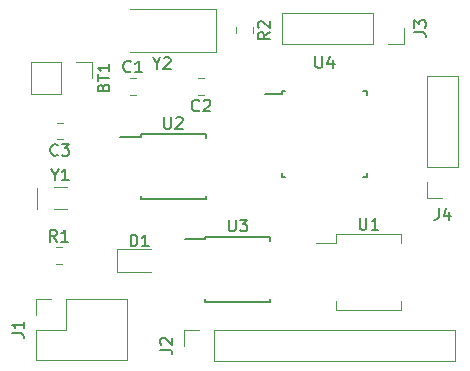
<source format=gto>
%TF.GenerationSoftware,KiCad,Pcbnew,(5.1.9)-1*%
%TF.CreationDate,2021-04-22T14:42:40+05:30*%
%TF.ProjectId,arduinoclone,61726475-696e-46f6-936c-6f6e652e6b69,v1*%
%TF.SameCoordinates,Original*%
%TF.FileFunction,Legend,Top*%
%TF.FilePolarity,Positive*%
%FSLAX46Y46*%
G04 Gerber Fmt 4.6, Leading zero omitted, Abs format (unit mm)*
G04 Created by KiCad (PCBNEW (5.1.9)-1) date 2021-04-22 14:42:40*
%MOMM*%
%LPD*%
G01*
G04 APERTURE LIST*
%ADD10C,0.120000*%
%ADD11C,0.150000*%
G04 APERTURE END LIST*
D10*
%TO.C,U1*%
X149509600Y-102905000D02*
X152269600Y-102905000D01*
X152269600Y-102905000D02*
X152269600Y-102160000D01*
X149509600Y-102905000D02*
X146749600Y-102905000D01*
X146749600Y-102905000D02*
X146749600Y-102160000D01*
X149509600Y-96485000D02*
X152269600Y-96485000D01*
X152269600Y-96485000D02*
X152269600Y-97230000D01*
X149509600Y-96485000D02*
X146749600Y-96485000D01*
X146749600Y-96485000D02*
X146749600Y-97230000D01*
X146749600Y-97230000D02*
X145059600Y-97230000D01*
%TO.C,BT1*%
X120894800Y-81931200D02*
X120894800Y-84591200D01*
X123494800Y-81931200D02*
X120894800Y-81931200D01*
X123494800Y-84591200D02*
X120894800Y-84591200D01*
X123494800Y-81931200D02*
X123494800Y-84591200D01*
X124764800Y-81931200D02*
X126094800Y-81931200D01*
X126094800Y-81931200D02*
X126094800Y-83261200D01*
%TO.C,C1*%
X129269748Y-84682400D02*
X129792252Y-84682400D01*
X129269748Y-83262400D02*
X129792252Y-83262400D01*
%TO.C,C2*%
X135583452Y-84682400D02*
X135060948Y-84682400D01*
X135583452Y-83262400D02*
X135060948Y-83262400D01*
%TO.C,C3*%
X123603652Y-88441600D02*
X123081148Y-88441600D01*
X123603652Y-87021600D02*
X123081148Y-87021600D01*
%TO.C,D1*%
X131089800Y-97744400D02*
X128229800Y-97744400D01*
X128229800Y-97744400D02*
X128229800Y-99664400D01*
X128229800Y-99664400D02*
X131089800Y-99664400D01*
%TO.C,J1*%
X121301200Y-107146400D02*
X121301200Y-104546400D01*
X121301200Y-107146400D02*
X129041200Y-107146400D01*
X129041200Y-107146400D02*
X129041200Y-101946400D01*
X123901200Y-101946400D02*
X129041200Y-101946400D01*
X123901200Y-104546400D02*
X123901200Y-101946400D01*
X121301200Y-104546400D02*
X123901200Y-104546400D01*
X121301200Y-101946400D02*
X122631200Y-101946400D01*
X121301200Y-103276400D02*
X121301200Y-101946400D01*
%TO.C,J2*%
X136448800Y-107248000D02*
X136448800Y-104588000D01*
X136448800Y-107248000D02*
X156828800Y-107248000D01*
X156828800Y-107248000D02*
X156828800Y-104588000D01*
X136448800Y-104588000D02*
X156828800Y-104588000D01*
X133848800Y-104588000D02*
X135178800Y-104588000D01*
X133848800Y-105918000D02*
X133848800Y-104588000D01*
%TO.C,J3*%
X152460000Y-79044800D02*
X152460000Y-80374800D01*
X152460000Y-80374800D02*
X151130000Y-80374800D01*
X149860000Y-80374800D02*
X142180000Y-80374800D01*
X142180000Y-77714800D02*
X142180000Y-80374800D01*
X149860000Y-77714800D02*
X142180000Y-77714800D01*
X149860000Y-77714800D02*
X149860000Y-80374800D01*
%TO.C,J4*%
X157082800Y-90779600D02*
X154422800Y-90779600D01*
X157082800Y-90779600D02*
X157082800Y-83099600D01*
X157082800Y-83099600D02*
X154422800Y-83099600D01*
X154422800Y-90779600D02*
X154422800Y-83099600D01*
X154422800Y-93379600D02*
X154422800Y-92049600D01*
X155752800Y-93379600D02*
X154422800Y-93379600D01*
%TO.C,R1*%
X123021348Y-97588000D02*
X123543852Y-97588000D01*
X123021348Y-99008000D02*
X123543852Y-99008000D01*
%TO.C,R2*%
X138304200Y-78952348D02*
X138304200Y-79474852D01*
X139724200Y-78952348D02*
X139724200Y-79474852D01*
D11*
%TO.C,U2*%
X130193600Y-88229600D02*
X128443600Y-88229600D01*
X130193600Y-93534600D02*
X135693600Y-93534600D01*
X130193600Y-88024600D02*
X135693600Y-88024600D01*
X130193600Y-93534600D02*
X130193600Y-93234600D01*
X135693600Y-93534600D02*
X135693600Y-93234600D01*
X135693600Y-88024600D02*
X135693600Y-88324600D01*
X130193600Y-88024600D02*
X130193600Y-88229600D01*
%TO.C,U3*%
X135680000Y-96711400D02*
X135680000Y-96916400D01*
X141180000Y-96711400D02*
X141180000Y-97011400D01*
X141180000Y-102221400D02*
X141180000Y-101921400D01*
X135680000Y-102221400D02*
X135680000Y-101921400D01*
X135680000Y-96711400D02*
X141180000Y-96711400D01*
X135680000Y-102221400D02*
X141180000Y-102221400D01*
X135680000Y-96916400D02*
X133930000Y-96916400D01*
D10*
%TO.C,Y1*%
X122843200Y-92471200D02*
X123943200Y-92471200D01*
X122843200Y-94371200D02*
X123943200Y-94371200D01*
X121443200Y-92521200D02*
X121443200Y-94321200D01*
%TO.C,Y2*%
X129320000Y-81048000D02*
X136570000Y-81048000D01*
X136570000Y-81048000D02*
X136570000Y-77448000D01*
X136570000Y-77448000D02*
X129320000Y-77448000D01*
D11*
%TO.C,U4*%
X142137400Y-84592000D02*
X140712400Y-84592000D01*
X149387400Y-84367000D02*
X149062400Y-84367000D01*
X149387400Y-91617000D02*
X149062400Y-91617000D01*
X142137400Y-91617000D02*
X142462400Y-91617000D01*
X142137400Y-84367000D02*
X142462400Y-84367000D01*
X142137400Y-91617000D02*
X142137400Y-91292000D01*
X149387400Y-91617000D02*
X149387400Y-91292000D01*
X149387400Y-84367000D02*
X149387400Y-84692000D01*
X142137400Y-84367000D02*
X142137400Y-84592000D01*
%TO.C,U1*%
X148747695Y-95097380D02*
X148747695Y-95906904D01*
X148795314Y-96002142D01*
X148842933Y-96049761D01*
X148938171Y-96097380D01*
X149128647Y-96097380D01*
X149223885Y-96049761D01*
X149271504Y-96002142D01*
X149319123Y-95906904D01*
X149319123Y-95097380D01*
X150319123Y-96097380D02*
X149747695Y-96097380D01*
X150033409Y-96097380D02*
X150033409Y-95097380D01*
X149938171Y-95240238D01*
X149842933Y-95335476D01*
X149747695Y-95383095D01*
%TO.C,BT1*%
X127023371Y-84046914D02*
X127070990Y-83904057D01*
X127118609Y-83856438D01*
X127213847Y-83808819D01*
X127356704Y-83808819D01*
X127451942Y-83856438D01*
X127499561Y-83904057D01*
X127547180Y-83999295D01*
X127547180Y-84380247D01*
X126547180Y-84380247D01*
X126547180Y-84046914D01*
X126594800Y-83951676D01*
X126642419Y-83904057D01*
X126737657Y-83856438D01*
X126832895Y-83856438D01*
X126928133Y-83904057D01*
X126975752Y-83951676D01*
X127023371Y-84046914D01*
X127023371Y-84380247D01*
X126547180Y-83523104D02*
X126547180Y-82951676D01*
X127547180Y-83237390D02*
X126547180Y-83237390D01*
X127547180Y-82094533D02*
X127547180Y-82665961D01*
X127547180Y-82380247D02*
X126547180Y-82380247D01*
X126690038Y-82475485D01*
X126785276Y-82570723D01*
X126832895Y-82665961D01*
%TO.C,C1*%
X129364333Y-82679542D02*
X129316714Y-82727161D01*
X129173857Y-82774780D01*
X129078619Y-82774780D01*
X128935761Y-82727161D01*
X128840523Y-82631923D01*
X128792904Y-82536685D01*
X128745285Y-82346209D01*
X128745285Y-82203352D01*
X128792904Y-82012876D01*
X128840523Y-81917638D01*
X128935761Y-81822400D01*
X129078619Y-81774780D01*
X129173857Y-81774780D01*
X129316714Y-81822400D01*
X129364333Y-81870019D01*
X130316714Y-82774780D02*
X129745285Y-82774780D01*
X130031000Y-82774780D02*
X130031000Y-81774780D01*
X129935761Y-81917638D01*
X129840523Y-82012876D01*
X129745285Y-82060495D01*
%TO.C,C2*%
X135155533Y-85979542D02*
X135107914Y-86027161D01*
X134965057Y-86074780D01*
X134869819Y-86074780D01*
X134726961Y-86027161D01*
X134631723Y-85931923D01*
X134584104Y-85836685D01*
X134536485Y-85646209D01*
X134536485Y-85503352D01*
X134584104Y-85312876D01*
X134631723Y-85217638D01*
X134726961Y-85122400D01*
X134869819Y-85074780D01*
X134965057Y-85074780D01*
X135107914Y-85122400D01*
X135155533Y-85170019D01*
X135536485Y-85170019D02*
X135584104Y-85122400D01*
X135679342Y-85074780D01*
X135917438Y-85074780D01*
X136012676Y-85122400D01*
X136060295Y-85170019D01*
X136107914Y-85265257D01*
X136107914Y-85360495D01*
X136060295Y-85503352D01*
X135488866Y-86074780D01*
X136107914Y-86074780D01*
%TO.C,C3*%
X123175733Y-89738742D02*
X123128114Y-89786361D01*
X122985257Y-89833980D01*
X122890019Y-89833980D01*
X122747161Y-89786361D01*
X122651923Y-89691123D01*
X122604304Y-89595885D01*
X122556685Y-89405409D01*
X122556685Y-89262552D01*
X122604304Y-89072076D01*
X122651923Y-88976838D01*
X122747161Y-88881600D01*
X122890019Y-88833980D01*
X122985257Y-88833980D01*
X123128114Y-88881600D01*
X123175733Y-88929219D01*
X123509066Y-88833980D02*
X124128114Y-88833980D01*
X123794780Y-89214933D01*
X123937638Y-89214933D01*
X124032876Y-89262552D01*
X124080495Y-89310171D01*
X124128114Y-89405409D01*
X124128114Y-89643504D01*
X124080495Y-89738742D01*
X124032876Y-89786361D01*
X123937638Y-89833980D01*
X123651923Y-89833980D01*
X123556685Y-89786361D01*
X123509066Y-89738742D01*
%TO.C,D1*%
X129351704Y-97506780D02*
X129351704Y-96506780D01*
X129589800Y-96506780D01*
X129732657Y-96554400D01*
X129827895Y-96649638D01*
X129875514Y-96744876D01*
X129923133Y-96935352D01*
X129923133Y-97078209D01*
X129875514Y-97268685D01*
X129827895Y-97363923D01*
X129732657Y-97459161D01*
X129589800Y-97506780D01*
X129351704Y-97506780D01*
X130875514Y-97506780D02*
X130304085Y-97506780D01*
X130589800Y-97506780D02*
X130589800Y-96506780D01*
X130494561Y-96649638D01*
X130399323Y-96744876D01*
X130304085Y-96792495D01*
%TO.C,J1*%
X119313580Y-104879733D02*
X120027866Y-104879733D01*
X120170723Y-104927352D01*
X120265961Y-105022590D01*
X120313580Y-105165447D01*
X120313580Y-105260685D01*
X120313580Y-103879733D02*
X120313580Y-104451161D01*
X120313580Y-104165447D02*
X119313580Y-104165447D01*
X119456438Y-104260685D01*
X119551676Y-104355923D01*
X119599295Y-104451161D01*
%TO.C,J2*%
X131861180Y-106251333D02*
X132575466Y-106251333D01*
X132718323Y-106298952D01*
X132813561Y-106394190D01*
X132861180Y-106537047D01*
X132861180Y-106632285D01*
X131956419Y-105822761D02*
X131908800Y-105775142D01*
X131861180Y-105679904D01*
X131861180Y-105441809D01*
X131908800Y-105346571D01*
X131956419Y-105298952D01*
X132051657Y-105251333D01*
X132146895Y-105251333D01*
X132289752Y-105298952D01*
X132861180Y-105870380D01*
X132861180Y-105251333D01*
%TO.C,J3*%
X153352380Y-79378133D02*
X154066666Y-79378133D01*
X154209523Y-79425752D01*
X154304761Y-79520990D01*
X154352380Y-79663847D01*
X154352380Y-79759085D01*
X153352380Y-78997180D02*
X153352380Y-78378133D01*
X153733333Y-78711466D01*
X153733333Y-78568609D01*
X153780952Y-78473371D01*
X153828571Y-78425752D01*
X153923809Y-78378133D01*
X154161904Y-78378133D01*
X154257142Y-78425752D01*
X154304761Y-78473371D01*
X154352380Y-78568609D01*
X154352380Y-78854323D01*
X154304761Y-78949561D01*
X154257142Y-78997180D01*
%TO.C,J4*%
X155419466Y-94271980D02*
X155419466Y-94986266D01*
X155371847Y-95129123D01*
X155276609Y-95224361D01*
X155133752Y-95271980D01*
X155038514Y-95271980D01*
X156324228Y-94605314D02*
X156324228Y-95271980D01*
X156086133Y-94224361D02*
X155848038Y-94938647D01*
X156467085Y-94938647D01*
%TO.C,R1*%
X123115933Y-97100380D02*
X122782600Y-96624190D01*
X122544504Y-97100380D02*
X122544504Y-96100380D01*
X122925457Y-96100380D01*
X123020695Y-96148000D01*
X123068314Y-96195619D01*
X123115933Y-96290857D01*
X123115933Y-96433714D01*
X123068314Y-96528952D01*
X123020695Y-96576571D01*
X122925457Y-96624190D01*
X122544504Y-96624190D01*
X124068314Y-97100380D02*
X123496885Y-97100380D01*
X123782600Y-97100380D02*
X123782600Y-96100380D01*
X123687361Y-96243238D01*
X123592123Y-96338476D01*
X123496885Y-96386095D01*
%TO.C,R2*%
X141116580Y-79380266D02*
X140640390Y-79713600D01*
X141116580Y-79951695D02*
X140116580Y-79951695D01*
X140116580Y-79570742D01*
X140164200Y-79475504D01*
X140211819Y-79427885D01*
X140307057Y-79380266D01*
X140449914Y-79380266D01*
X140545152Y-79427885D01*
X140592771Y-79475504D01*
X140640390Y-79570742D01*
X140640390Y-79951695D01*
X140211819Y-78999314D02*
X140164200Y-78951695D01*
X140116580Y-78856457D01*
X140116580Y-78618361D01*
X140164200Y-78523123D01*
X140211819Y-78475504D01*
X140307057Y-78427885D01*
X140402295Y-78427885D01*
X140545152Y-78475504D01*
X141116580Y-79046933D01*
X141116580Y-78427885D01*
%TO.C,U2*%
X132181695Y-86551980D02*
X132181695Y-87361504D01*
X132229314Y-87456742D01*
X132276933Y-87504361D01*
X132372171Y-87551980D01*
X132562647Y-87551980D01*
X132657885Y-87504361D01*
X132705504Y-87456742D01*
X132753123Y-87361504D01*
X132753123Y-86551980D01*
X133181695Y-86647219D02*
X133229314Y-86599600D01*
X133324552Y-86551980D01*
X133562647Y-86551980D01*
X133657885Y-86599600D01*
X133705504Y-86647219D01*
X133753123Y-86742457D01*
X133753123Y-86837695D01*
X133705504Y-86980552D01*
X133134076Y-87551980D01*
X133753123Y-87551980D01*
%TO.C,U3*%
X137668095Y-95238780D02*
X137668095Y-96048304D01*
X137715714Y-96143542D01*
X137763333Y-96191161D01*
X137858571Y-96238780D01*
X138049047Y-96238780D01*
X138144285Y-96191161D01*
X138191904Y-96143542D01*
X138239523Y-96048304D01*
X138239523Y-95238780D01*
X138620476Y-95238780D02*
X139239523Y-95238780D01*
X138906190Y-95619733D01*
X139049047Y-95619733D01*
X139144285Y-95667352D01*
X139191904Y-95714971D01*
X139239523Y-95810209D01*
X139239523Y-96048304D01*
X139191904Y-96143542D01*
X139144285Y-96191161D01*
X139049047Y-96238780D01*
X138763333Y-96238780D01*
X138668095Y-96191161D01*
X138620476Y-96143542D01*
%TO.C,Y1*%
X122917009Y-91447390D02*
X122917009Y-91923580D01*
X122583676Y-90923580D02*
X122917009Y-91447390D01*
X123250342Y-90923580D01*
X124107485Y-91923580D02*
X123536057Y-91923580D01*
X123821771Y-91923580D02*
X123821771Y-90923580D01*
X123726533Y-91066438D01*
X123631295Y-91161676D01*
X123536057Y-91209295D01*
%TO.C,Y2*%
X131543809Y-82024190D02*
X131543809Y-82500380D01*
X131210476Y-81500380D02*
X131543809Y-82024190D01*
X131877142Y-81500380D01*
X132162857Y-81595619D02*
X132210476Y-81548000D01*
X132305714Y-81500380D01*
X132543809Y-81500380D01*
X132639047Y-81548000D01*
X132686666Y-81595619D01*
X132734285Y-81690857D01*
X132734285Y-81786095D01*
X132686666Y-81928952D01*
X132115238Y-82500380D01*
X132734285Y-82500380D01*
%TO.C,U4*%
X145000495Y-81394380D02*
X145000495Y-82203904D01*
X145048114Y-82299142D01*
X145095733Y-82346761D01*
X145190971Y-82394380D01*
X145381447Y-82394380D01*
X145476685Y-82346761D01*
X145524304Y-82299142D01*
X145571923Y-82203904D01*
X145571923Y-81394380D01*
X146476685Y-81727714D02*
X146476685Y-82394380D01*
X146238590Y-81346761D02*
X146000495Y-82061047D01*
X146619542Y-82061047D01*
%TD*%
M02*

</source>
